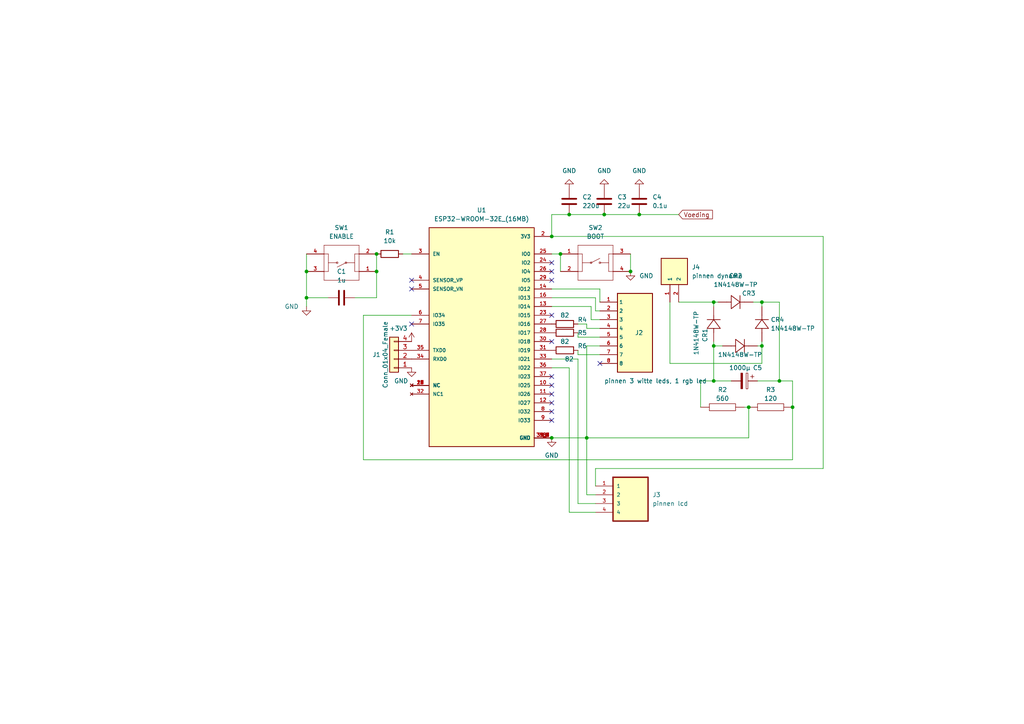
<source format=kicad_sch>
(kicad_sch (version 20211123) (generator eeschema)
  (paper "A4")
  (lib_symbols
    (symbol "1825910-6:1825910-6" (pin_names (offset 1.016) hide)
      (property "Reference" "SW" (at -5.08 5.842 0))
      (property "Value" "1825910-6" (at -5.08 -7.62 0))
      (symbol "1825910-6_0_0"
        (circle (center -1.27 0) (radius 0.254) (stroke (width 0.127)))
        (polyline (pts (xy -5.08 -5.08) (xy 5.08 -5.08)) (stroke (width 0.127)))
        (polyline (pts (xy -5.08 -2.54) (xy -5.08 -5.08)) (stroke (width 0.127)))
        (polyline (pts (xy -5.08 2.54) (xy -5.08 -2.54)) (stroke (width 0.127)))
        (polyline (pts (xy -5.08 2.54) (xy -3.81 2.54)) (stroke (width 0.127)))
        (polyline (pts (xy -5.08 5.08) (xy -5.08 2.54)) (stroke (width 0.127)))
        (polyline (pts (xy -5.08 5.08) (xy 5.08 5.08)) (stroke (width 0.127)))
        (polyline (pts (xy -3.81 -2.54) (xy -5.08 -2.54)) (stroke (width 0.127)))
        (polyline (pts (xy -3.81 0) (xy -3.81 -2.54)) (stroke (width 0.127)))
        (polyline (pts (xy -3.81 0) (xy -1.27 0)) (stroke (width 0.127)))
        (polyline (pts (xy -3.81 2.54) (xy -3.81 0)) (stroke (width 0.127)))
        (polyline (pts (xy -1.27 0) (xy 1.27 1.27)) (stroke (width 0.127)))
        (polyline (pts (xy 1.27 0) (xy 3.81 0)) (stroke (width 0.127)))
        (polyline (pts (xy 3.81 -2.54) (xy 5.08 -2.54)) (stroke (width 0.127)))
        (polyline (pts (xy 3.81 0) (xy 3.81 -2.54)) (stroke (width 0.127)))
        (polyline (pts (xy 3.81 0) (xy 3.81 2.54)) (stroke (width 0.127)))
        (polyline (pts (xy 3.81 2.54) (xy 5.08 2.54)) (stroke (width 0.127)))
        (polyline (pts (xy 5.08 -2.54) (xy 5.08 -5.08)) (stroke (width 0.127)))
        (polyline (pts (xy 5.08 2.54) (xy 5.08 -2.54)) (stroke (width 0.127)))
        (polyline (pts (xy 5.08 5.08) (xy 5.08 2.54)) (stroke (width 0.127)))
        (circle (center 1.27 0) (radius 0.254) (stroke (width 0.127)))
        (pin passive line (at -10.16 2.54 0) (length 5.08) (name "~") (number "1"))
        (pin passive line (at -10.16 -2.54 0) (length 5.08) (name "~") (number "2"))
        (pin passive line (at 10.16 2.54 180) (length 5.08) (name "~") (number "3"))
        (pin passive line (at 10.16 -2.54 180) (length 5.08) (name "~") (number "4"))
      )
    )
    (symbol "1N4148W-TP:1N4148W-TP" (pin_numbers hide) (pin_names (offset 1.016) hide)
      (property "Reference" "CR" (at -2.8194 2.6924 0))
      (property "Value" "1N4148W-TP" (at -3.8862 -5.5372 0))
      (symbol "1N4148W-TP_0_0"
        (polyline (pts (xy 2.54 0) (xy 3.81 0)) (stroke (width 0.2032)))
        (polyline (pts (xy 3.81 -1.905) (xy 6.35 0)) (stroke (width 0.2032)))
        (polyline (pts (xy 3.81 0) (xy 3.81 -1.905)) (stroke (width 0.2032)))
        (polyline (pts (xy 3.81 1.905) (xy 3.81 0)) (stroke (width 0.2032)))
        (polyline (pts (xy 6.35 -1.905) (xy 6.35 0)) (stroke (width 0.2032)))
        (polyline (pts (xy 6.35 0) (xy 3.81 1.905)) (stroke (width 0.2032)))
        (polyline (pts (xy 6.35 0) (xy 6.35 1.905)) (stroke (width 0.2032)))
        (polyline (pts (xy 6.35 0) (xy 7.62 0)) (stroke (width 0.2032)))
        (pin passive line (at 10.16 0 180) (length 2.54) (name "~") (number "1"))
        (pin passive line (at 0 0 0) (length 2.54) (name "~") (number "2"))
      )
    )
    (symbol "282837-4:282837-4" (pin_names (offset 1.016))
      (property "Reference" "J" (at 0 12.7 0))
      (property "Value" "282837-4" (at 0 -10.16 0))
      (symbol "282837-4_0_0"
        (rectangle (start -5.08 -5.08) (end 5.08 7.62) (stroke (width 0.4064)) (fill (type background)))
        (pin passive line (at -10.16 5.08 0) (length 5.08) (name "1") (number "1"))
        (pin passive line (at -10.16 2.54 0) (length 5.08) (name "2") (number "2"))
        (pin passive line (at -10.16 0 0) (length 5.08) (name "3") (number "3"))
        (pin passive line (at -10.16 -2.54 0) (length 5.08) (name "4") (number "4"))
      )
    )
    (symbol "282841-2:282841-2" (pin_names (offset 1.016))
      (property "Reference" "J" (at 0 10.16 0))
      (property "Value" "282841-2" (at 0 -7.62 0))
      (symbol "282841-2_0_0"
        (rectangle (start -5.08 -2.54) (end 2.54 5.08) (stroke (width 0.254)) (fill (type background)))
        (pin passive line (at -10.16 2.54 0) (length 5.08) (name "1") (number "1"))
        (pin passive line (at -10.16 0 0) (length 5.08) (name "2") (number "2"))
      )
    )
    (symbol "282841-5:8_pin_connector"
      (property "Reference" "U" (at -5.08 12.7 0))
      (property "Value" "8_pin_connector" (at 0 -13.97 0))
      (symbol "8_pin_connector_0_0"
        (pin passive line (at -10.16 8.89 0) (length 5.08) (name "1") (number "1"))
        (pin passive line (at -10.16 6.35 0) (length 5.08) (name "2") (number "2"))
        (pin passive line (at -10.16 3.81 0) (length 5.08) (name "3") (number "3"))
        (pin passive line (at -10.16 1.27 0) (length 5.08) (name "4") (number "4"))
        (pin passive line (at -10.16 -1.27 0) (length 5.08) (name "5") (number "5"))
        (pin passive line (at -10.16 -3.81 0) (length 5.08) (name "6") (number "6"))
        (pin passive line (at -10.16 -6.35 0) (length 5.08) (name "7") (number "7"))
        (pin passive line (at -10.16 -8.89 0) (length 5.08) (name "8") (number "8"))
      )
      (symbol "8_pin_connector_0_1"
        (rectangle (start -5.08 11.43) (end 5.08 -11.43))
        (rectangle (start -5.08 11.43) (end 5.08 -11.43) (fill (type background)))
        (polyline (pts (xy -5.08 11.43) (xy -5.08 -11.43) (xy 5.08 -11.43) (xy 5.08 11.43) (xy -5.08 11.43)) (stroke (width 0.254)))
      )
    )
    (symbol "Connector_Generic:Conn_01x04" (pin_names (offset 1.016) hide)
      (property "Reference" "J" (at 0 5.08 0))
      (property "Value" "Conn_01x04" (at 0 -7.62 0))
      (symbol "Conn_01x04_1_1"
        (rectangle (start -1.27 -4.953) (end 0 -5.207) (stroke (width 0.1524)))
        (rectangle (start -1.27 -2.413) (end 0 -2.667) (stroke (width 0.1524)))
        (rectangle (start -1.27 0.127) (end 0 -0.127) (stroke (width 0.1524)))
        (rectangle (start -1.27 2.667) (end 0 2.413) (stroke (width 0.1524)))
        (rectangle (start -1.27 3.81) (end 1.27 -6.35) (stroke (width 0.254)) (fill (type background)))
        (pin passive line (at -5.08 2.54 0) (length 3.81) (name "Pin_1") (number "1"))
        (pin passive line (at -5.08 0 0) (length 3.81) (name "Pin_2") (number "2"))
        (pin passive line (at -5.08 -2.54 0) (length 3.81) (name "Pin_3") (number "3"))
        (pin passive line (at -5.08 -5.08 0) (length 3.81) (name "Pin_4") (number "4"))
      )
    )
    (symbol "Device:C" (pin_numbers hide) (pin_names (offset 0.254))
      (property "Reference" "C" (at 0.635 2.54 0))
      (property "Value" "C" (at 0.635 -2.54 0))
      (symbol "C_0_1"
        (polyline (pts (xy -2.032 -0.762) (xy 2.032 -0.762)) (stroke (width 0.508)))
        (polyline (pts (xy -2.032 0.762) (xy 2.032 0.762)) (stroke (width 0.508)))
      )
      (symbol "C_1_1"
        (pin passive line (at 0 3.81 270) (length 2.794) (name "~") (number "1"))
        (pin passive line (at 0 -3.81 90) (length 2.794) (name "~") (number "2"))
      )
    )
    (symbol "Device:C_Polarized" (pin_numbers hide) (pin_names (offset 0.254))
      (property "Reference" "C" (at 0.635 2.54 0))
      (property "Value" "C_Polarized" (at 0.635 -2.54 0))
      (symbol "C_Polarized_0_1"
        (rectangle (start -2.286 0.508) (end 2.286 1.016))
        (polyline (pts (xy -1.778 2.286) (xy -0.762 2.286)))
        (polyline (pts (xy -1.27 2.794) (xy -1.27 1.778)))
        (rectangle (start 2.286 -0.508) (end -2.286 -1.016) (fill (type outline)))
      )
      (symbol "C_Polarized_1_1"
        (pin passive line (at 0 3.81 270) (length 2.794) (name "~") (number "1"))
        (pin passive line (at 0 -3.81 90) (length 2.794) (name "~") (number "2"))
      )
    )
    (symbol "Device:R" (pin_numbers hide) (pin_names (offset 0))
      (property "Reference" "R" (at 2.032 0 90))
      (property "Value" "R" (at 0 0 90))
      (symbol "R_0_1"
        (rectangle (start -1.016 -2.54) (end 1.016 2.54) (stroke (width 0.254)))
      )
      (symbol "R_1_1"
        (pin passive line (at 0 3.81 270) (length 1.27) (name "~") (number "1"))
        (pin passive line (at 0 -3.81 90) (length 1.27) (name "~") (number "2"))
      )
    )
    (symbol "ESP32-WROOM-32E__16MB_:ESP32-WROOM-32E_(16MB)" (pin_names (offset 1.016))
      (property "Reference" "U" (at -15.24 33.909 0))
      (property "Value" "ESP32-WROOM-32E_(16MB)" (at -15.24 -33.02 0))
      (symbol "ESP32-WROOM-32E_(16MB)_0_0"
        (rectangle (start -15.24 -30.48) (end 15.24 33.02) (stroke (width 0.254)) (fill (type background)))
        (pin power_in line (at 20.32 -27.94 180) (length 5.08) (name "GND") (number "1"))
        (pin bidirectional line (at 20.32 -12.7 180) (length 5.08) (name "IO25") (number "10"))
        (pin bidirectional line (at 20.32 -15.24 180) (length 5.08) (name "IO26") (number "11"))
        (pin bidirectional line (at 20.32 -17.78 180) (length 5.08) (name "IO27") (number "12"))
        (pin bidirectional line (at 20.32 10.16 180) (length 5.08) (name "IO14") (number "13"))
        (pin bidirectional line (at 20.32 15.24 180) (length 5.08) (name "IO12") (number "14"))
        (pin power_in line (at 20.32 -27.94 180) (length 5.08) (name "GND") (number "15"))
        (pin bidirectional line (at 20.32 12.7 180) (length 5.08) (name "IO13") (number "16"))
        (pin no_connect line (at -20.32 -12.7 0) (length 5.08) (name "NC") (number "17"))
        (pin no_connect line (at -20.32 -12.7 0) (length 5.08) (name "NC") (number "18"))
        (pin no_connect line (at -20.32 -12.7 0) (length 5.08) (name "NC") (number "19"))
        (pin power_in line (at 20.32 30.48 180) (length 5.08) (name "3V3") (number "2"))
        (pin no_connect line (at -20.32 -12.7 0) (length 5.08) (name "NC") (number "20"))
        (pin no_connect line (at -20.32 -12.7 0) (length 5.08) (name "NC") (number "21"))
        (pin no_connect line (at -20.32 -12.7 0) (length 5.08) (name "NC") (number "22"))
        (pin bidirectional line (at 20.32 7.62 180) (length 5.08) (name "IO15") (number "23"))
        (pin bidirectional line (at 20.32 22.86 180) (length 5.08) (name "IO2") (number "24"))
        (pin bidirectional line (at 20.32 25.4 180) (length 5.08) (name "IO0") (number "25"))
        (pin bidirectional line (at 20.32 20.32 180) (length 5.08) (name "IO4") (number "26"))
        (pin bidirectional line (at 20.32 5.08 180) (length 5.08) (name "IO16") (number "27"))
        (pin bidirectional line (at 20.32 2.54 180) (length 5.08) (name "IO17") (number "28"))
        (pin bidirectional line (at 20.32 17.78 180) (length 5.08) (name "IO5") (number "29"))
        (pin input line (at -20.32 25.4 0) (length 5.08) (name "EN") (number "3"))
        (pin bidirectional line (at 20.32 0 180) (length 5.08) (name "IO18") (number "30"))
        (pin bidirectional line (at 20.32 -2.54 180) (length 5.08) (name "IO19") (number "31"))
        (pin no_connect line (at -20.32 -15.24 0) (length 5.08) (name "NC1") (number "32"))
        (pin bidirectional line (at 20.32 -5.08 180) (length 5.08) (name "IO21") (number "33"))
        (pin bidirectional line (at -20.32 -5.08 0) (length 5.08) (name "RXD0") (number "34"))
        (pin bidirectional line (at -20.32 -2.54 0) (length 5.08) (name "TXD0") (number "35"))
        (pin bidirectional line (at 20.32 -7.62 180) (length 5.08) (name "IO22") (number "36"))
        (pin bidirectional line (at 20.32 -10.16 180) (length 5.08) (name "IO23") (number "37"))
        (pin power_in line (at 20.32 -27.94 180) (length 5.08) (name "GND") (number "38"))
        (pin power_in line (at 20.32 -27.94 180) (length 5.08) (name "GND") (number "39_1"))
        (pin power_in line (at 20.32 -27.94 180) (length 5.08) (name "GND") (number "39_2"))
        (pin power_in line (at 20.32 -27.94 180) (length 5.08) (name "GND") (number "39_3"))
        (pin power_in line (at 20.32 -27.94 180) (length 5.08) (name "GND") (number "39_4"))
        (pin power_in line (at 20.32 -27.94 180) (length 5.08) (name "GND") (number "39_5"))
        (pin power_in line (at 20.32 -27.94 180) (length 5.08) (name "GND") (number "39_6"))
        (pin power_in line (at 20.32 -27.94 180) (length 5.08) (name "GND") (number "39_7"))
        (pin power_in line (at 20.32 -27.94 180) (length 5.08) (name "GND") (number "39_8"))
        (pin power_in line (at 20.32 -27.94 180) (length 5.08) (name "GND") (number "39_9"))
        (pin input line (at -20.32 17.78 0) (length 5.08) (name "SENSOR_VP") (number "4"))
        (pin input line (at -20.32 15.24 0) (length 5.08) (name "SENSOR_VN") (number "5"))
        (pin input line (at -20.32 7.62 0) (length 5.08) (name "IO34") (number "6"))
        (pin input line (at -20.32 5.08 0) (length 5.08) (name "IO35") (number "7"))
        (pin bidirectional line (at 20.32 -20.32 180) (length 5.08) (name "IO32") (number "8"))
        (pin bidirectional line (at 20.32 -22.86 180) (length 5.08) (name "IO33") (number "9"))
      )
    )
    (symbol "power:+3V3" (power) (pin_names (offset 0))
      (property "Value" "+3V3" (at 0 3.556 0))
      (symbol "+3V3_0_1"
        (polyline (pts (xy -0.762 1.27) (xy 0 2.54)))
        (polyline (pts (xy 0 0) (xy 0 2.54)))
        (polyline (pts (xy 0 2.54) (xy 0.762 1.27)))
      )
      (symbol "+3V3_1_1"
        (pin power_in line (at 0 0 90) (length 0) hide (name "+3V3") (number "1"))
      )
    )
    (symbol "power:GND" (power) (pin_names (offset 0))
      (property "Value" "GND" (at 0 -3.81 0))
      (symbol "GND_0_1"
        (polyline (pts (xy 0 0) (xy 0 -1.27) (xy 1.27 -1.27) (xy 0 -2.54) (xy -1.27 -1.27) (xy 0 -1.27)))
      )
      (symbol "GND_1_1"
        (pin power_in line (at 0 0 270) (length 0) hide (name "GND") (number "1"))
      )
    )
    (symbol "pspice:R" (pin_numbers hide) (pin_names (offset 0))
      (property "Reference" "R" (at 2.032 0 90))
      (property "Value" "R" (at 0 0 90))
      (symbol "R_0_1"
        (rectangle (start -1.016 3.81) (end 1.016 -3.81))
      )
      (symbol "R_1_1"
        (pin passive line (at 0 6.35 270) (length 2.54) (name "~") (number "1"))
        (pin passive line (at 0 -6.35 90) (length 2.54) (name "~") (number "2"))
      )
    )
  )
  (junction (at 220.98 87.63))
  (junction (at 220.98 100.33))
  (junction (at 160.02 127))
  (junction (at 88.9 86.36))
  (junction (at 109.22 73.66))
  (junction (at 217.17 118.11))
  (junction (at 109.22 78.74))
  (junction (at 162.56 73.66))
  (junction (at 182.88 78.74))
  (junction (at 88.9 78.74))
  (junction (at 229.87 118.11))
  (junction (at 207.01 110.49))
  (junction (at 207.01 100.33))
  (junction (at 207.01 87.63))
  (junction (at 165.1 62.23))
  (junction (at 185.42 62.23))
  (junction (at 226.06 110.49))
  (junction (at 170.18 127))
  (junction (at 160.02 68.58))
  (junction (at 175.26 62.23))
  (no_connect (at 119.38 93.98))
  (no_connect (at 160.02 121.92))
  (no_connect (at 160.02 91.44))
  (no_connect (at 160.02 109.22))
  (no_connect (at 119.38 83.82))
  (no_connect (at 119.38 81.28))
  (no_connect (at 160.02 99.06))
  (no_connect (at 160.02 114.3))
  (no_connect (at 160.02 111.76))
  (no_connect (at 160.02 78.74))
  (no_connect (at 160.02 81.28))
  (no_connect (at 173.99 105.41))
  (no_connect (at 160.02 116.84))
  (no_connect (at 160.02 119.38))
  (no_connect (at 160.02 76.2))
  (wire (pts (xy 207.01 99.06) (xy 207.01 100.33)))
  (wire (pts (xy 167.64 146.05) (xy 167.64 104.14)))
  (wire (pts (xy 173.99 83.82) (xy 173.99 87.63)))
  (wire (pts (xy 220.98 87.63) (xy 220.98 88.9)))
  (wire (pts (xy 207.01 100.33) (xy 207.01 110.49)))
  (wire (pts (xy 102.87 86.36) (xy 109.22 86.36)))
  (wire (pts (xy 165.1 148.59) (xy 172.72 148.59)))
  (wire (pts (xy 160.02 62.23) (xy 165.1 62.23)))
  (wire (pts (xy 172.72 90.17) (xy 173.99 90.17)))
  (wire (pts (xy 229.87 118.11) (xy 229.87 110.49)))
  (wire (pts (xy 160.02 83.82) (xy 173.99 83.82)))
  (wire (pts (xy 165.1 62.23) (xy 175.26 62.23)))
  (wire (pts (xy 219.71 100.33) (xy 220.98 100.33)))
  (wire (pts (xy 170.18 95.25) (xy 173.99 95.25)))
  (wire (pts (xy 229.87 110.49) (xy 226.06 110.49)))
  (wire (pts (xy 167.64 97.79) (xy 173.99 97.79)))
  (wire (pts (xy 217.17 118.11) (xy 217.17 127)))
  (wire (pts (xy 167.64 104.14) (xy 160.02 104.14)))
  (wire (pts (xy 160.02 68.58) (xy 238.76 68.58)))
  (wire (pts (xy 218.44 87.63) (xy 220.98 87.63)))
  (wire (pts (xy 219.71 110.49) (xy 226.06 110.49)))
  (wire (pts (xy 170.18 143.51) (xy 172.72 143.51)))
  (wire (pts (xy 170.18 127) (xy 217.17 127)))
  (wire (pts (xy 88.9 86.36) (xy 88.9 88.9)))
  (wire (pts (xy 88.9 78.74) (xy 88.9 73.66)))
  (wire (pts (xy 172.72 140.97) (xy 172.72 135.89)))
  (wire (pts (xy 196.85 62.23) (xy 185.42 62.23)))
  (wire (pts (xy 160.02 88.9) (xy 171.45 88.9)))
  (wire (pts (xy 167.64 93.98) (xy 170.18 93.98)))
  (wire (pts (xy 207.01 110.49) (xy 212.09 110.49)))
  (wire (pts (xy 160.02 62.23) (xy 160.02 68.58)))
  (wire (pts (xy 171.45 92.71) (xy 173.99 92.71)))
  (wire (pts (xy 167.64 101.6) (xy 167.64 102.87)))
  (wire (pts (xy 175.26 62.23) (xy 185.42 62.23)))
  (wire (pts (xy 160.02 106.68) (xy 165.1 106.68)))
  (wire (pts (xy 172.72 86.36) (xy 172.72 90.17)))
  (wire (pts (xy 229.87 118.11) (xy 229.87 133.35)))
  (wire (pts (xy 171.45 88.9) (xy 171.45 92.71)))
  (wire (pts (xy 88.9 78.74) (xy 88.9 86.36)))
  (wire (pts (xy 109.22 86.36) (xy 109.22 78.74)))
  (wire (pts (xy 220.98 100.33) (xy 220.98 105.41)))
  (wire (pts (xy 160.02 86.36) (xy 172.72 86.36)))
  (wire (pts (xy 170.18 100.33) (xy 170.18 127)))
  (wire (pts (xy 208.28 87.63) (xy 207.01 87.63)))
  (wire (pts (xy 88.9 86.36) (xy 95.25 86.36)))
  (wire (pts (xy 220.98 99.06) (xy 220.98 100.33)))
  (wire (pts (xy 207.01 87.63) (xy 207.01 88.9)))
  (wire (pts (xy 172.72 135.89) (xy 238.76 135.89)))
  (wire (pts (xy 220.98 87.63) (xy 226.06 87.63)))
  (wire (pts (xy 203.2 110.49) (xy 207.01 110.49)))
  (wire (pts (xy 173.99 100.33) (xy 170.18 100.33)))
  (wire (pts (xy 207.01 100.33) (xy 209.55 100.33)))
  (wire (pts (xy 105.41 133.35) (xy 229.87 133.35)))
  (wire (pts (xy 172.72 146.05) (xy 167.64 146.05)))
  (wire (pts (xy 105.41 133.35) (xy 105.41 91.44)))
  (wire (pts (xy 194.31 87.63) (xy 194.31 105.41)))
  (wire (pts (xy 162.56 73.66) (xy 160.02 73.66)))
  (wire (pts (xy 109.22 78.74) (xy 109.22 73.66)))
  (wire (pts (xy 226.06 87.63) (xy 226.06 110.49)))
  (wire (pts (xy 203.2 118.11) (xy 203.2 110.49)))
  (wire (pts (xy 194.31 105.41) (xy 220.98 105.41)))
  (wire (pts (xy 215.9 118.11) (xy 217.17 118.11)))
  (wire (pts (xy 116.84 73.66) (xy 119.38 73.66)))
  (wire (pts (xy 162.56 73.66) (xy 162.56 78.74)))
  (wire (pts (xy 196.85 87.63) (xy 207.01 87.63)))
  (wire (pts (xy 160.02 127) (xy 170.18 127)))
  (wire (pts (xy 182.88 73.66) (xy 182.88 78.74)))
  (wire (pts (xy 105.41 91.44) (xy 119.38 91.44)))
  (wire (pts (xy 167.64 96.52) (xy 167.64 97.79)))
  (wire (pts (xy 170.18 93.98) (xy 170.18 95.25)))
  (wire (pts (xy 170.18 127) (xy 170.18 143.51)))
  (wire (pts (xy 238.76 135.89) (xy 238.76 68.58)))
  (wire (pts (xy 165.1 106.68) (xy 165.1 148.59)))
  (wire (pts (xy 167.64 102.87) (xy 173.99 102.87)))
  (global_label "Voeding" (shape input) (at 196.85 62.23 0) (property "Intersheet References" "${INTERSHEET_REFS}" (effects hide)))
  (symbol (lib_id "Device:R") (at 163.83 96.52 90) (unit 1)
    (property "Reference" "R5" (at 168.91 96.52 90))
    (property "Value" "82" (at 163.83 99.06 90))
    (property "Footprint" "libraries:RESC6332X65N" (effects hide))
  )
  (symbol (lib_id "Connector_Generic:Conn_01x04") (at 114.3 104.14 180) (unit 1)
    (property "Reference" "J1" (at 109.22 102.87 0))
    (property "Value" "Conn_01x04_Female" (at 111.76 102.87 90))
    (property "Footprint" "Connector_PinHeader_2.54mm:PinHeader_1x04_P2.54mm_Vertical" (effects hide))
  )
  (symbol (lib_id "pspice:R") (at 209.55 118.11 90) (unit 1)
    (property "Reference" "R2" (at 209.55 113.03 90))
    (property "Value" "560" (at 209.55 115.57 90))
    (property "Footprint" "libraries:RESC6332X65N" (effects hide))
  )
  (symbol (lib_id "1N4148W-TP:1N4148W-TP") (at 220.98 99.06 90) (unit 1)
    (property "Reference" "CR4" (at 223.52 92.71 90) (effects (justify right)))
    (property "Value" "1N4148W-TP" (at 223.52 95.25 90) (effects (justify right)))
    (property "Footprint" "Diode_SMD:D_0201_0603Metric" (effects hide))
    (property "MANUFACTURER_PART_NUMBER" "1N4148W-TP" (effects hide))
    (property "BUILT_BY" "EMA_Cory" (effects hide))
    (property "VENDOR" "Micro Commercial Co" (effects hide))
    (property "DATASHEET" "https://www.mccsemi.com/pdf/Products/1N4148W(SOD123).pdf" (effects hide))
    (property "COPYRIGHT" "Copyright (C) 2018 Accelerated Designs. All rights reserved" (effects hide))
  )
  (symbol (lib_id "Device:R") (at 163.83 101.6 90) (unit 1)
    (property "Reference" "R6" (at 168.91 100.33 90))
    (property "Value" "82" (at 165.1 104.14 90))
    (property "Footprint" "libraries:RESC6332X65N" (effects hide))
  )
  (symbol (lib_id "1N4148W-TP:1N4148W-TP") (at 209.55 100.33 0) (unit 1)
    (property "Reference" "CR3" (at 217.17 85.09 0))
    (property "Value" "1N4148W-TP" (at 214.63 102.87 0))
    (property "Footprint" "Diode_SMD:D_0201_0603Metric" (effects hide))
    (property "MANUFACTURER_PART_NUMBER" "1N4148W-TP" (effects hide))
    (property "BUILT_BY" "EMA_Cory" (effects hide))
    (property "VENDOR" "Micro Commercial Co" (effects hide))
    (property "DATASHEET" "https://www.mccsemi.com/pdf/Products/1N4148W(SOD123).pdf" (effects hide))
    (property "COPYRIGHT" "Copyright (C) 2018 Accelerated Designs. All rights reserved" (effects hide))
  )
  (symbol (lib_id "power:GND") (at 160.02 127 0) (unit 1)
    (property "Reference" "#PWR0102" (effects hide))
    (property "Value" "GND" (at 160.02 132.08 0))
  )
  (symbol (lib_id "power:GND") (at 175.26 54.61 180) (unit 1)
    (property "Reference" "#PWR0104" (effects hide))
    (property "Value" "GND" (at 175.26 49.53 0))
  )
  (symbol (lib_id "power:GND") (at 182.88 78.74 0) (unit 1)
    (property "Reference" "#PWR0105" (effects hide))
    (property "Value" "GND" (at 185.42 80.0099 0) (effects (justify left)))
  )
  (symbol (lib_id "1N4148W-TP:1N4148W-TP") (at 207.01 99.06 90) (unit 1)
    (property "Reference" "CR1" (at 204.47 95.25 0) (effects (justify right)))
    (property "Value" "1N4148W-TP" (at 201.93 90.17 0) (effects (justify right)))
    (property "Footprint" "Diode_SMD:D_0201_0603Metric" (effects hide))
    (property "MANUFACTURER_PART_NUMBER" "1N4148W-TP" (effects hide))
    (property "BUILT_BY" "EMA_Cory" (effects hide))
    (property "VENDOR" "Micro Commercial Co" (effects hide))
    (property "DATASHEET" "https://www.mccsemi.com/pdf/Products/1N4148W(SOD123).pdf" (effects hide))
    (property "COPYRIGHT" "Copyright (C) 2018 Accelerated Designs. All rights reserved" (effects hide))
  )
  (symbol (lib_id "power:GND") (at 165.1 54.61 180) (unit 1)
    (property "Reference" "#PWR0103" (effects hide))
    (property "Value" "GND" (at 165.1 49.53 0))
  )
  (symbol (lib_id "power:GND") (at 185.42 54.61 180) (unit 1)
    (property "Reference" "#PWR0106" (effects hide))
    (property "Value" "GND" (at 185.42 49.53 0))
  )
  (symbol (lib_id "Device:C") (at 165.1 58.42 180) (unit 1)
    (property "Reference" "C2" (at 168.91 57.1499 0) (effects (justify right)))
    (property "Value" "220u" (at 168.91 59.6899 0) (effects (justify right)))
    (property "Footprint" "Capacitor_SMD:C_0805_2012Metric" (effects hide))
  )
  (symbol (lib_id "282841-2:282841-2") (at 196.85 77.47 90) (unit 1)
    (property "Reference" "J4" (at 200.66 77.4699 90) (effects (justify right)))
    (property "Value" "pinnen dynamo" (at 200.66 80.0099 90) (effects (justify right)))
    (property "Footprint" "libraries:TE_282841-2" (effects hide))
    (property "Comment" "282841-2" (effects hide))
    (property "EU_RoHS_Compliance" "Compliant with Exemptions" (effects hide))
  )
  (symbol (lib_id "282837-4:282837-4") (at 182.88 146.05 0) (unit 1)
    (property "Reference" "J3" (at 189.23 143.5099 0) (effects (justify left)))
    (property "Value" "pinnen lcd" (at 189.23 146.0499 0) (effects (justify left)))
    (property "Footprint" "282837-4:TE_282837-4" (effects hide))
    (property "Comment" "282837-4" (effects hide))
    (property "EU_RoHS_Compliance" "Compliant with Exemptions" (effects hide))
  )
  (symbol (lib_id "1N4148W-TP:1N4148W-TP") (at 208.28 87.63 0) (unit 1)
    (property "Reference" "CR2" (at 213.36 80.01 0))
    (property "Value" "1N4148W-TP" (at 213.36 82.55 0))
    (property "Footprint" "Diode_SMD:D_0201_0603Metric" (effects hide))
    (property "MANUFACTURER_PART_NUMBER" "1N4148W-TP" (effects hide))
    (property "BUILT_BY" "EMA_Cory" (effects hide))
    (property "VENDOR" "Micro Commercial Co" (effects hide))
    (property "DATASHEET" "https://www.mccsemi.com/pdf/Products/1N4148W(SOD123).pdf" (effects hide))
    (property "COPYRIGHT" "Copyright (C) 2018 Accelerated Designs. All rights reserved" (effects hide))
  )
  (symbol (lib_id "Device:C") (at 99.06 86.36 90) (unit 1)
    (property "Reference" "C1" (at 99.06 78.74 90))
    (property "Value" "1u" (at 99.06 81.28 90))
    (property "Footprint" "Capacitor_SMD:C_0805_2012Metric" (effects hide))
  )
  (symbol (lib_id "Device:C") (at 175.26 58.42 180) (unit 1)
    (property "Reference" "C3" (at 179.07 57.1499 0) (effects (justify right)))
    (property "Value" "22u" (at 179.07 59.6899 0) (effects (justify right)))
    (property "Footprint" "Capacitor_SMD:C_0805_2012Metric" (effects hide))
  )
  (symbol (lib_id "Device:C_Polarized") (at 215.9 110.49 270) (unit 1)
    (property "Reference" "C5" (at 219.71 106.68 90))
    (property "Value" "1000µ" (at 214.63 106.68 90))
    (property "Footprint" "Capacitor_THT:CP_Axial_L26.5mm_D20.0mm_P33.00mm_Horizontal" (effects hide))
  )
  (symbol (lib_id "Device:R") (at 113.03 73.66 90) (unit 1)
    (property "Reference" "R1" (at 113.03 67.31 90))
    (property "Value" "10k" (at 113.03 69.85 90))
    (property "Footprint" "libraries:RESC6332X65N" (effects hide))
  )
  (symbol (lib_id "Device:R") (at 163.83 93.98 90) (unit 1)
    (property "Reference" "R4" (at 168.91 92.71 90))
    (property "Value" "82" (at 163.83 91.44 90))
    (property "Footprint" "libraries:RESC6332X65N" (effects hide))
  )
  (symbol (lib_id "power:+3V3") (at 119.38 99.06 0) (unit 1)
    (property "Reference" "#PWR01" (effects hide))
    (property "Value" "+3V3" (at 115.57 95.25 0))
  )
  (symbol (lib_id "power:GND") (at 88.9 88.9 0) (unit 1)
    (property "Reference" "#PWR0101" (effects hide))
    (property "Value" "GND" (at 82.55 88.9 0) (effects (justify left)))
  )
  (symbol (lib_id "Device:C") (at 185.42 58.42 180) (unit 1)
    (property "Reference" "C4" (at 189.23 57.1499 0) (effects (justify right)))
    (property "Value" "0.1u" (at 189.23 59.69 0) (effects (justify right)))
    (property "Footprint" "Capacitor_SMD:C_0805_2012Metric" (effects hide))
  )
  (symbol (lib_id "1825910-6:1825910-6") (at 99.06 76.2 180) (unit 1)
    (property "Reference" "SW1" (at 99.06 66.04 0))
    (property "Value" "ENABLE" (at 99.06 68.58 0))
    (property "Footprint" "libraries:SW_1825910-6-4" (effects hide))
    (property "Comment" "1825910-6" (effects hide))
  )
  (symbol (lib_id "1825910-6:1825910-6") (at 172.72 76.2 0) (unit 1)
    (property "Reference" "SW2" (at 172.72 66.04 0))
    (property "Value" "BOOT" (at 172.72 68.58 0))
    (property "Footprint" "libraries:SW_1825910-6-4" (effects hide))
    (property "Comment" "1825910-6" (effects hide))
  )
  (symbol (lib_id "power:GND") (at 119.38 106.68 0) (unit 1)
    (property "Reference" "#PWR02" (effects hide))
    (property "Value" "GND" (at 114.3 110.49 0) (effects (justify left)))
  )
  (symbol (lib_id "282841-5:8_pin_connector") (at 184.15 96.52 0) (unit 1)
    (property "Reference" "J2" (at 184.15 96.52 0) (effects (justify left)))
    (property "Value" "pinnen 3 witte leds, 1 rgb led" (at 175.26 110.49 0) (effects (justify left)))
    (property "Footprint" "libraries:TE_282841-8" (effects hide))
  )
  (symbol (lib_id "ESP32-WROOM-32E__16MB_:ESP32-WROOM-32E_(16MB)") (at 139.7 99.06 0) (unit 1)
    (property "Reference" "U1" (at 139.7 60.96 0))
    (property "Value" "ESP32-WROOM-32E_(16MB)" (at 139.7 63.5 0))
    (property "Footprint" "libraries:XCVR_ESP32-WROOM-32E_(16MB)" (effects hide))
    (property "PARTREV" "1.4" (effects hide))
    (property "STANDARD" "Manufacturer Recommendations" (effects hide))
    (property "MAXIMUM_PACKAGE_HEIGHT" "3.25mm" (effects hide))
    (property "MANUFACTURER" "Espressif Systems" (effects hide))
  )
  (symbol (lib_id "pspice:R") (at 223.52 118.11 90) (unit 1)
    (property "Reference" "R3" (at 223.52 113.03 90))
    (property "Value" "120" (at 223.52 115.57 90))
    (property "Footprint" "libraries:RESC6332X65N" (effects hide))
  )
)
</source>
